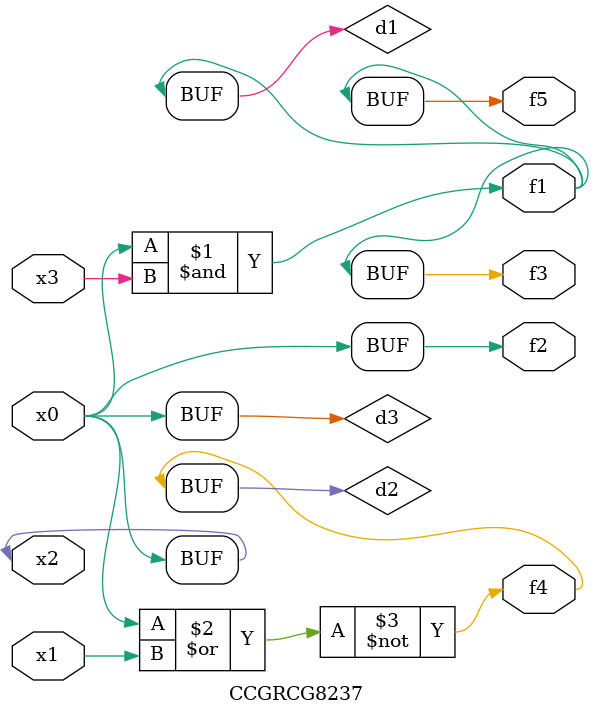
<source format=v>
module CCGRCG8237(
	input x0, x1, x2, x3,
	output f1, f2, f3, f4, f5
);

	wire d1, d2, d3;

	and (d1, x2, x3);
	nor (d2, x0, x1);
	buf (d3, x0, x2);
	assign f1 = d1;
	assign f2 = d3;
	assign f3 = d1;
	assign f4 = d2;
	assign f5 = d1;
endmodule

</source>
